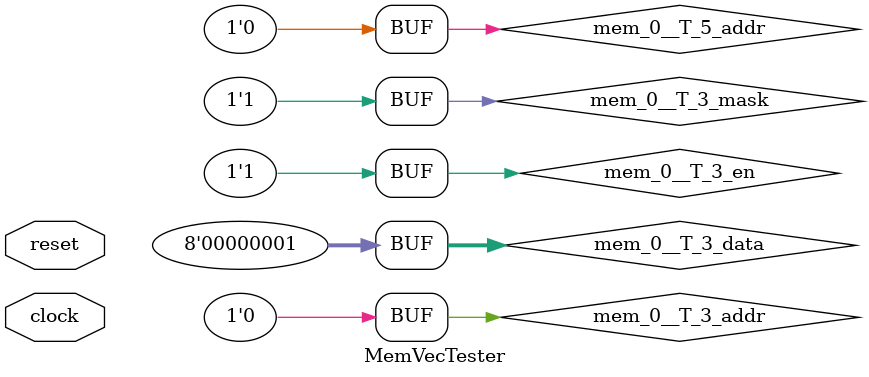
<source format=v>
module MemVecTester(
  input   clock,
  input   reset
);
  reg [7:0] mem_0 [0:1]; // @[Mem.scala 10:16]
  reg [31:0] _RAND_0;
  wire [7:0] mem_0__T_5_data; // @[Mem.scala 10:16]
  wire  mem_0__T_5_addr; // @[Mem.scala 10:16]
  wire [7:0] mem_0__T_3_data; // @[Mem.scala 10:16]
  wire  mem_0__T_3_addr; // @[Mem.scala 10:16]
  wire  mem_0__T_3_mask; // @[Mem.scala 10:16]
  wire  mem_0__T_3_en; // @[Mem.scala 10:16]
  reg  value; // @[Counter.scala 29:33]
  reg [31:0] _RAND_1;
  wire  _T_2; // @[Counter.scala 38:22]
  wire  _T_6; // @[Mem.scala 17:29]
  wire  _T_8; // @[Mem.scala 17:11]
  wire  _T_9; // @[Mem.scala 17:11]
  wire  _T_11; // @[Mem.scala 18:9]
  assign mem_0__T_5_addr = 1'h0;
  assign mem_0__T_5_data = mem_0[mem_0__T_5_addr]; // @[Mem.scala 10:16]
  assign mem_0__T_3_data = 8'h1;
  assign mem_0__T_3_addr = 1'h0;
  assign mem_0__T_3_mask = 1'h1;
  assign mem_0__T_3_en = 1'h1;
  assign _T_2 = value + 1'h1; // @[Counter.scala 38:22]
  assign _T_6 = mem_0__T_5_data == 8'h1; // @[Mem.scala 17:29]
  assign _T_8 = _T_6 | reset; // @[Mem.scala 17:11]
  assign _T_9 = _T_8 == 1'h0; // @[Mem.scala 17:11]
  assign _T_11 = reset == 1'h0; // @[Mem.scala 18:9]
`ifdef RANDOMIZE_GARBAGE_ASSIGN
`define RANDOMIZE
`endif
`ifdef RANDOMIZE_INVALID_ASSIGN
`define RANDOMIZE
`endif
`ifdef RANDOMIZE_REG_INIT
`define RANDOMIZE
`endif
`ifdef RANDOMIZE_MEM_INIT
`define RANDOMIZE
`endif
`ifndef RANDOM
`define RANDOM $random
`endif
`ifdef RANDOMIZE_MEM_INIT
  integer initvar;
`endif
initial begin
  `ifdef RANDOMIZE
    `ifdef INIT_RANDOM
      `INIT_RANDOM
    `endif
    `ifndef VERILATOR
      `ifdef RANDOMIZE_DELAY
        #`RANDOMIZE_DELAY begin end
      `else
        #0.002 begin end
      `endif
    `endif
  _RAND_0 = {1{`RANDOM}};
  `ifdef RANDOMIZE_MEM_INIT
  for (initvar = 0; initvar < 2; initvar = initvar+1)
    mem_0[initvar] = _RAND_0[7:0];
  `endif // RANDOMIZE_MEM_INIT
  `ifdef RANDOMIZE_REG_INIT
  _RAND_1 = {1{`RANDOM}};
  value = _RAND_1[0:0];
  `endif // RANDOMIZE_REG_INIT
  `endif // RANDOMIZE
end
  always @(posedge clock) begin
    if(mem_0__T_3_en & mem_0__T_3_mask) begin
      mem_0[mem_0__T_3_addr] <= mem_0__T_3_data; // @[Mem.scala 10:16]
    end
    if (reset) begin
      value <= 1'h0;
    end else begin
      value <= _T_2;
    end
    `ifndef SYNTHESIS
    `ifdef PRINTF_COND
      if (`PRINTF_COND) begin
    `endif
        if (value & _T_9) begin
          $fwrite(32'h80000002,"Assertion failed\n    at Mem.scala:17 assert(mem.read(0.U)(0) === 1.U)\n"); // @[Mem.scala 17:11]
        end
    `ifdef PRINTF_COND
      end
    `endif
    `endif // SYNTHESIS
    `ifndef SYNTHESIS
    `ifdef STOP_COND
      if (`STOP_COND) begin
    `endif
        if (value & _T_9) begin
          $fatal; // @[Mem.scala 17:11]
        end
    `ifdef STOP_COND
      end
    `endif
    `endif // SYNTHESIS
    `ifndef SYNTHESIS
    `ifdef STOP_COND
      if (`STOP_COND) begin
    `endif
        if (value & _T_11) begin
          $finish; // @[Mem.scala 18:9]
        end
    `ifdef STOP_COND
      end
    `endif
    `endif // SYNTHESIS
  end
endmodule

</source>
